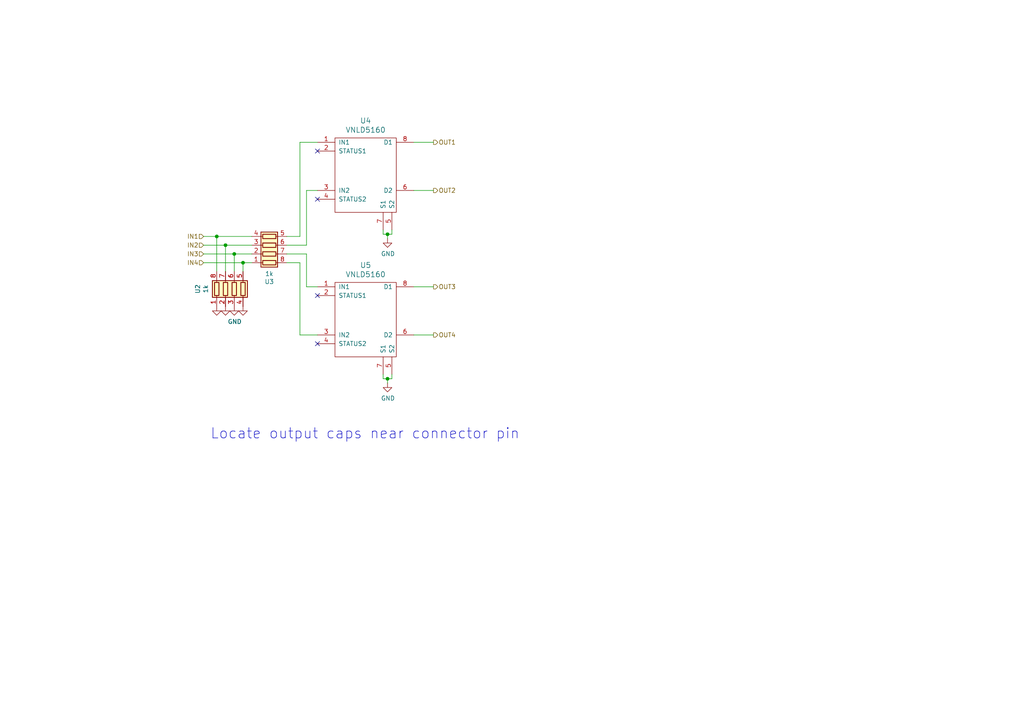
<source format=kicad_sch>
(kicad_sch (version 20230121) (generator eeschema)
  (paper "A4")
  (title_block (title "rusEfi Proteus") (date "2022-04-09") (rev "v0.7") (company "rusEFI") (comment 1 "github.com/mck1117/proteus") (comment 2 "rusefi.com/s/proteus"))
  (lib_symbols
    (symbol "Device:R_Pack04" (pin_names (offset 0) hide)
      (property "Reference" "RN" (at -7.62 0 90))
      (property "Value" "R_Pack04" (at 5.08 0 90))
      (symbol "R_Pack04_0_1"
        (rectangle (start -6.35 -2.413) (end 3.81 2.413) (stroke (width 0.254)) (fill (type background)))
        (rectangle (start -5.715 1.905) (end -4.445 -1.905) (stroke (width 0.254)))
        (rectangle (start -3.175 1.905) (end -1.905 -1.905) (stroke (width 0.254)))
        (rectangle (start -0.635 1.905) (end 0.635 -1.905) (stroke (width 0.254)))
        (polyline (pts (xy -5.08 -2.54) (xy -5.08 -1.905)))
        (polyline (pts (xy -5.08 1.905) (xy -5.08 2.54)))
        (polyline (pts (xy -2.54 -2.54) (xy -2.54 -1.905)))
        (polyline (pts (xy -2.54 1.905) (xy -2.54 2.54)))
        (polyline (pts (xy 0 -2.54) (xy 0 -1.905)))
        (polyline (pts (xy 0 1.905) (xy 0 2.54)))
        (polyline (pts (xy 2.54 -2.54) (xy 2.54 -1.905)))
        (polyline (pts (xy 2.54 1.905) (xy 2.54 2.54)))
        (rectangle (start 1.905 1.905) (end 3.175 -1.905) (stroke (width 0.254)))
      )
      (symbol "R_Pack04_1_1"
        (pin passive line (at -5.08 -5.08 90) (length 2.54) (name "R1.1") (number "1"))
        (pin passive line (at -2.54 -5.08 90) (length 2.54) (name "R2.1") (number "2"))
        (pin passive line (at 0 -5.08 90) (length 2.54) (name "R3.1") (number "3"))
        (pin passive line (at 2.54 -5.08 90) (length 2.54) (name "R4.1") (number "4"))
        (pin passive line (at 2.54 5.08 270) (length 2.54) (name "R4.2") (number "5"))
        (pin passive line (at 0 5.08 270) (length 2.54) (name "R3.2") (number "6"))
        (pin passive line (at -2.54 5.08 270) (length 2.54) (name "R2.2") (number "7"))
        (pin passive line (at -5.08 5.08 270) (length 2.54) (name "R1.2") (number "8"))
      )
    )
    (symbol "power:GND" (power) (pin_names (offset 0))
      (property "Value" "GND" (at 0 -3.81 0))
      (symbol "GND_0_1"
        (polyline (pts (xy 0 0) (xy 0 -1.27) (xy 1.27 -1.27) (xy 0 -2.54) (xy -1.27 -1.27) (xy 0 -1.27)))
      )
      (symbol "GND_1_1"
        (pin power_in line (at 0 0 270) (length 0) hide (name "GND") (number "1"))
      )
    )
    (symbol "vnld5090:VNLD5090" (pin_names (offset 1.016))
      (property "Reference" "U" (at -6.35 12.7 0))
      (property "Value" "VNLD5090" (at -2.54 -11.43 0))
      (symbol "VNLD5090_0_1"
        (rectangle (start -8.89 11.43) (end 8.89 -10.16))
      )
      (symbol "VNLD5090_1_1"
        (pin input line (at -13.97 10.16 0) (length 5.08) (name "IN1") (number "1"))
        (pin open_collector line (at -13.97 7.62 0) (length 5.08) (name "STATUS1") (number "2"))
        (pin input line (at -13.97 -3.81 0) (length 5.08) (name "IN2") (number "3"))
        (pin open_collector line (at -13.97 -6.35 0) (length 5.08) (name "STATUS2") (number "4"))
        (pin power_in line (at 7.62 -15.24 90) (length 5.08) (name "S2") (number "5"))
        (pin power_out line (at 13.97 -3.81 180) (length 5.08) (name "D2") (number "6"))
        (pin power_in line (at 5.08 -15.24 90) (length 5.08) (name "S1") (number "7"))
        (pin power_out line (at 13.97 10.16 180) (length 5.08) (name "D1") (number "8"))
      )
    )
  )
  (junction (at 67.945 73.66))
  (junction (at 62.865 68.58))
  (junction (at 112.395 109.855))
  (junction (at 65.405 71.12))
  (junction (at 70.485 76.2))
  (junction (at 112.395 67.945))
  (no_connect (at 92.075 85.725))
  (no_connect (at 92.075 99.695))
  (no_connect (at 92.075 43.815))
  (no_connect (at 92.075 57.785))
  (wire (pts (xy 112.395 109.855) (xy 113.665 109.855)))
  (wire (pts (xy 112.395 109.855) (xy 111.125 109.855)))
  (wire (pts (xy 112.395 67.945) (xy 111.125 67.945)))
  (wire (pts (xy 111.125 67.945) (xy 111.125 66.675)))
  (wire (pts (xy 86.995 41.275) (xy 86.995 68.58)))
  (wire (pts (xy 120.015 83.185) (xy 125.73 83.185)))
  (wire (pts (xy 120.015 97.155) (xy 125.73 97.155)))
  (wire (pts (xy 59.055 73.66) (xy 67.945 73.66)))
  (wire (pts (xy 88.9 73.66) (xy 88.9 83.185)))
  (wire (pts (xy 112.395 111.125) (xy 112.395 109.855)))
  (wire (pts (xy 113.665 67.945) (xy 113.665 66.675)))
  (wire (pts (xy 73.025 68.58) (xy 62.865 68.58)))
  (wire (pts (xy 59.055 76.2) (xy 70.485 76.2)))
  (wire (pts (xy 86.995 97.155) (xy 92.075 97.155)))
  (wire (pts (xy 120.015 55.245) (xy 125.73 55.245)))
  (wire (pts (xy 83.185 76.2) (xy 86.995 76.2)))
  (wire (pts (xy 67.945 73.66) (xy 67.945 78.74)))
  (wire (pts (xy 88.9 83.185) (xy 92.075 83.185)))
  (wire (pts (xy 112.395 67.945) (xy 113.665 67.945)))
  (wire (pts (xy 65.405 78.74) (xy 65.405 71.12)))
  (wire (pts (xy 59.055 71.12) (xy 65.405 71.12)))
  (wire (pts (xy 111.125 109.855) (xy 111.125 108.585)))
  (wire (pts (xy 73.025 73.66) (xy 67.945 73.66)))
  (wire (pts (xy 113.665 109.855) (xy 113.665 108.585)))
  (wire (pts (xy 88.9 55.245) (xy 92.075 55.245)))
  (wire (pts (xy 86.995 76.2) (xy 86.995 97.155)))
  (wire (pts (xy 83.185 71.12) (xy 88.9 71.12)))
  (wire (pts (xy 92.075 41.275) (xy 86.995 41.275)))
  (wire (pts (xy 88.9 71.12) (xy 88.9 55.245)))
  (wire (pts (xy 83.185 68.58) (xy 86.995 68.58)))
  (wire (pts (xy 70.485 78.74) (xy 70.485 76.2)))
  (wire (pts (xy 83.185 73.66) (xy 88.9 73.66)))
  (wire (pts (xy 120.015 41.275) (xy 125.73 41.275)))
  (wire (pts (xy 59.055 68.58) (xy 62.865 68.58)))
  (wire (pts (xy 65.405 71.12) (xy 73.025 71.12)))
  (wire (pts (xy 62.865 68.58) (xy 62.865 78.74)))
  (wire (pts (xy 70.485 76.2) (xy 73.025 76.2)))
  (wire (pts (xy 112.395 69.215) (xy 112.395 67.945)))
  (text "Locate output caps near connector pin" (at 60.96 127.635 0) (effects (font (size 2.9972 2.9972)) (justify left bottom)))
  (hierarchical_label "OUT3" (shape output) (at 125.73 83.185 0))
  (hierarchical_label "IN1" (shape input) (at 59.055 68.58 180))
  (hierarchical_label "IN3" (shape input) (at 59.055 73.66 180))
  (hierarchical_label "IN2" (shape input) (at 59.055 71.12 180))
  (hierarchical_label "IN4" (shape input) (at 59.055 76.2 180))
  (hierarchical_label "OUT2" (shape output) (at 125.73 55.245 0))
  (hierarchical_label "OUT4" (shape output) (at 125.73 97.155 0))
  (hierarchical_label "OUT1" (shape output) (at 125.73 41.275 0))
  (symbol (lib_id "vnld5090:VNLD5090") (at 106.045 51.435 0) (unit 1)
    (property "Reference" "U4" (at 106.045 35.0012 0) (effects (font (size 1.524 1.524))))
    (property "Value" "VNLD5160" (at 106.045 37.6936 0) (effects (font (size 1.524 1.524))))
    (property "Footprint" "Package_SO:SOIC-8_3.9x4.9mm_P1.27mm" (effects hide))
    (property "PN" "VNLD5160TR-E" (effects hide))
    (property "LCSC" "N/A" (effects hide))
  )
  (symbol (lib_id "vnld5090:VNLD5090") (at 106.045 93.345 0) (unit 1)
    (property "Reference" "U5" (at 106.045 76.9112 0) (effects (font (size 1.524 1.524))))
    (property "Value" "VNLD5160" (at 106.045 79.6036 0) (effects (font (size 1.524 1.524))))
    (property "Footprint" "Package_SO:SOIC-8_3.9x4.9mm_P1.27mm" (effects hide))
    (property "PN" "VNLD5160TR-E" (effects hide))
    (property "LCSC" "N/A" (effects hide))
  )
  (symbol (lib_id "Device:R_Pack04") (at 78.105 71.12 270) (mirror x) (unit 1)
    (property "Reference" "U3" (at 78.105 81.7118 90))
    (property "Value" "1k" (at 78.105 79.4004 90))
    (property "Footprint" "Resistor_SMD:R_Array_Convex_4x0603" (effects hide))
    (property "LCSC" "C20197" (effects hide))
    (property "LCSC_ext" "0" (effects hide))
  )
  (symbol (lib_id "Device:R_Pack04") (at 67.945 83.82 0) (unit 1)
    (property "Reference" "U2" (at 57.3532 83.82 90))
    (property "Value" "1k" (at 59.6646 83.82 90))
    (property "Footprint" "Resistor_SMD:R_Array_Convex_4x0603" (effects hide))
    (property "LCSC" "C20197" (effects hide))
    (property "LCSC_ext" "0" (effects hide))
  )
  (symbol (lib_id "power:GND") (at 62.865 88.9 0) (unit 1)
    (property "Reference" "#U0103" (effects hide))
    (property "Value" "GND" (effects hide))
  )
  (symbol (lib_id "power:GND") (at 65.405 88.9 0) (unit 1)
    (property "Reference" "#U0104" (effects hide))
    (property "Value" "GND" (effects hide))
  )
  (symbol (lib_id "power:GND") (at 67.945 88.9 0) (unit 1)
    (property "Reference" "#U0102" (effects hide))
    (property "Value" "GND" (at 68.072 93.2942 0))
  )
  (symbol (lib_id "power:GND") (at 70.485 88.9 0) (unit 1)
    (property "Reference" "#U0105" (effects hide))
    (property "Value" "GND" (effects hide))
  )
  (symbol (lib_id "power:GND") (at 112.395 69.215 0) (unit 1)
    (property "Reference" "#U0106" (effects hide))
    (property "Value" "GND" (at 112.522 73.6092 0))
  )
  (symbol (lib_id "power:GND") (at 112.395 111.125 0) (unit 1)
    (property "Reference" "#U0101" (effects hide))
    (property "Value" "GND" (at 112.522 115.5192 0))
  )
)
</source>
